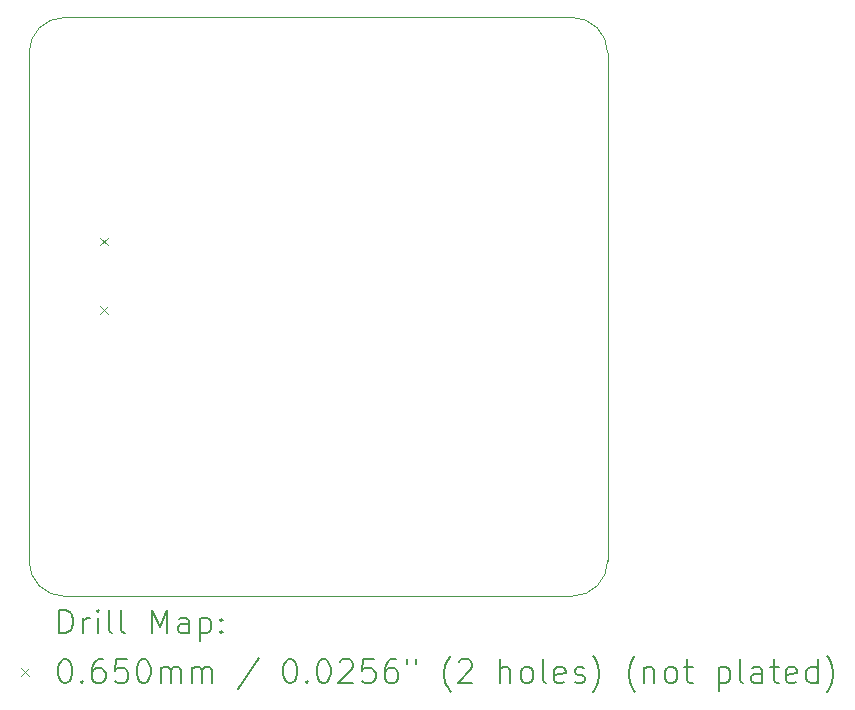
<source format=gbr>
%TF.GenerationSoftware,KiCad,Pcbnew,8.0.5-8.0.5-0~ubuntu22.04.1*%
%TF.CreationDate,2024-10-13T22:34:12+02:00*%
%TF.ProjectId,GLITCHING_FMAW,474c4954-4348-4494-9e47-5f464d41572e,rev?*%
%TF.SameCoordinates,Original*%
%TF.FileFunction,Drillmap*%
%TF.FilePolarity,Positive*%
%FSLAX45Y45*%
G04 Gerber Fmt 4.5, Leading zero omitted, Abs format (unit mm)*
G04 Created by KiCad (PCBNEW 8.0.5-8.0.5-0~ubuntu22.04.1) date 2024-10-13 22:34:12*
%MOMM*%
%LPD*%
G01*
G04 APERTURE LIST*
%ADD10C,0.050000*%
%ADD11C,0.200000*%
%ADD12C,0.100000*%
G04 APERTURE END LIST*
D10*
X7900000Y-7000000D02*
G75*
G02*
X7600000Y-7300000I-300000J0D01*
G01*
X7600000Y-2400000D02*
G75*
G02*
X7900000Y-2700000I0J-300000D01*
G01*
X3000000Y-7000000D02*
X3000000Y-2700000D01*
X3000000Y-2700000D02*
G75*
G02*
X3300000Y-2400000I300000J0D01*
G01*
X3300000Y-7300000D02*
G75*
G02*
X3000000Y-7000000I0J300000D01*
G01*
X7600000Y-7300000D02*
X3300000Y-7300000D01*
X3300000Y-2400000D02*
X7600000Y-2400000D01*
X7900000Y-2700000D02*
X7900000Y-7000000D01*
D11*
D12*
X3605500Y-4264500D02*
X3670500Y-4329500D01*
X3670500Y-4264500D02*
X3605500Y-4329500D01*
X3605500Y-4842500D02*
X3670500Y-4907500D01*
X3670500Y-4842500D02*
X3605500Y-4907500D01*
D11*
X3258277Y-7613984D02*
X3258277Y-7413984D01*
X3258277Y-7413984D02*
X3305896Y-7413984D01*
X3305896Y-7413984D02*
X3334467Y-7423508D01*
X3334467Y-7423508D02*
X3353515Y-7442555D01*
X3353515Y-7442555D02*
X3363039Y-7461603D01*
X3363039Y-7461603D02*
X3372562Y-7499698D01*
X3372562Y-7499698D02*
X3372562Y-7528269D01*
X3372562Y-7528269D02*
X3363039Y-7566365D01*
X3363039Y-7566365D02*
X3353515Y-7585412D01*
X3353515Y-7585412D02*
X3334467Y-7604460D01*
X3334467Y-7604460D02*
X3305896Y-7613984D01*
X3305896Y-7613984D02*
X3258277Y-7613984D01*
X3458277Y-7613984D02*
X3458277Y-7480650D01*
X3458277Y-7518746D02*
X3467801Y-7499698D01*
X3467801Y-7499698D02*
X3477324Y-7490174D01*
X3477324Y-7490174D02*
X3496372Y-7480650D01*
X3496372Y-7480650D02*
X3515420Y-7480650D01*
X3582086Y-7613984D02*
X3582086Y-7480650D01*
X3582086Y-7413984D02*
X3572562Y-7423508D01*
X3572562Y-7423508D02*
X3582086Y-7433031D01*
X3582086Y-7433031D02*
X3591610Y-7423508D01*
X3591610Y-7423508D02*
X3582086Y-7413984D01*
X3582086Y-7413984D02*
X3582086Y-7433031D01*
X3705896Y-7613984D02*
X3686848Y-7604460D01*
X3686848Y-7604460D02*
X3677324Y-7585412D01*
X3677324Y-7585412D02*
X3677324Y-7413984D01*
X3810658Y-7613984D02*
X3791610Y-7604460D01*
X3791610Y-7604460D02*
X3782086Y-7585412D01*
X3782086Y-7585412D02*
X3782086Y-7413984D01*
X4039229Y-7613984D02*
X4039229Y-7413984D01*
X4039229Y-7413984D02*
X4105896Y-7556841D01*
X4105896Y-7556841D02*
X4172562Y-7413984D01*
X4172562Y-7413984D02*
X4172562Y-7613984D01*
X4353515Y-7613984D02*
X4353515Y-7509222D01*
X4353515Y-7509222D02*
X4343991Y-7490174D01*
X4343991Y-7490174D02*
X4324944Y-7480650D01*
X4324944Y-7480650D02*
X4286848Y-7480650D01*
X4286848Y-7480650D02*
X4267801Y-7490174D01*
X4353515Y-7604460D02*
X4334467Y-7613984D01*
X4334467Y-7613984D02*
X4286848Y-7613984D01*
X4286848Y-7613984D02*
X4267801Y-7604460D01*
X4267801Y-7604460D02*
X4258277Y-7585412D01*
X4258277Y-7585412D02*
X4258277Y-7566365D01*
X4258277Y-7566365D02*
X4267801Y-7547317D01*
X4267801Y-7547317D02*
X4286848Y-7537793D01*
X4286848Y-7537793D02*
X4334467Y-7537793D01*
X4334467Y-7537793D02*
X4353515Y-7528269D01*
X4448753Y-7480650D02*
X4448753Y-7680650D01*
X4448753Y-7490174D02*
X4467801Y-7480650D01*
X4467801Y-7480650D02*
X4505896Y-7480650D01*
X4505896Y-7480650D02*
X4524944Y-7490174D01*
X4524944Y-7490174D02*
X4534467Y-7499698D01*
X4534467Y-7499698D02*
X4543991Y-7518746D01*
X4543991Y-7518746D02*
X4543991Y-7575888D01*
X4543991Y-7575888D02*
X4534467Y-7594936D01*
X4534467Y-7594936D02*
X4524944Y-7604460D01*
X4524944Y-7604460D02*
X4505896Y-7613984D01*
X4505896Y-7613984D02*
X4467801Y-7613984D01*
X4467801Y-7613984D02*
X4448753Y-7604460D01*
X4629705Y-7594936D02*
X4639229Y-7604460D01*
X4639229Y-7604460D02*
X4629705Y-7613984D01*
X4629705Y-7613984D02*
X4620182Y-7604460D01*
X4620182Y-7604460D02*
X4629705Y-7594936D01*
X4629705Y-7594936D02*
X4629705Y-7613984D01*
X4629705Y-7490174D02*
X4639229Y-7499698D01*
X4639229Y-7499698D02*
X4629705Y-7509222D01*
X4629705Y-7509222D02*
X4620182Y-7499698D01*
X4620182Y-7499698D02*
X4629705Y-7490174D01*
X4629705Y-7490174D02*
X4629705Y-7509222D01*
D12*
X2932500Y-7910000D02*
X2997500Y-7975000D01*
X2997500Y-7910000D02*
X2932500Y-7975000D01*
D11*
X3296372Y-7833984D02*
X3315420Y-7833984D01*
X3315420Y-7833984D02*
X3334467Y-7843508D01*
X3334467Y-7843508D02*
X3343991Y-7853031D01*
X3343991Y-7853031D02*
X3353515Y-7872079D01*
X3353515Y-7872079D02*
X3363039Y-7910174D01*
X3363039Y-7910174D02*
X3363039Y-7957793D01*
X3363039Y-7957793D02*
X3353515Y-7995888D01*
X3353515Y-7995888D02*
X3343991Y-8014936D01*
X3343991Y-8014936D02*
X3334467Y-8024460D01*
X3334467Y-8024460D02*
X3315420Y-8033984D01*
X3315420Y-8033984D02*
X3296372Y-8033984D01*
X3296372Y-8033984D02*
X3277324Y-8024460D01*
X3277324Y-8024460D02*
X3267801Y-8014936D01*
X3267801Y-8014936D02*
X3258277Y-7995888D01*
X3258277Y-7995888D02*
X3248753Y-7957793D01*
X3248753Y-7957793D02*
X3248753Y-7910174D01*
X3248753Y-7910174D02*
X3258277Y-7872079D01*
X3258277Y-7872079D02*
X3267801Y-7853031D01*
X3267801Y-7853031D02*
X3277324Y-7843508D01*
X3277324Y-7843508D02*
X3296372Y-7833984D01*
X3448753Y-8014936D02*
X3458277Y-8024460D01*
X3458277Y-8024460D02*
X3448753Y-8033984D01*
X3448753Y-8033984D02*
X3439229Y-8024460D01*
X3439229Y-8024460D02*
X3448753Y-8014936D01*
X3448753Y-8014936D02*
X3448753Y-8033984D01*
X3629705Y-7833984D02*
X3591610Y-7833984D01*
X3591610Y-7833984D02*
X3572562Y-7843508D01*
X3572562Y-7843508D02*
X3563039Y-7853031D01*
X3563039Y-7853031D02*
X3543991Y-7881603D01*
X3543991Y-7881603D02*
X3534467Y-7919698D01*
X3534467Y-7919698D02*
X3534467Y-7995888D01*
X3534467Y-7995888D02*
X3543991Y-8014936D01*
X3543991Y-8014936D02*
X3553515Y-8024460D01*
X3553515Y-8024460D02*
X3572562Y-8033984D01*
X3572562Y-8033984D02*
X3610658Y-8033984D01*
X3610658Y-8033984D02*
X3629705Y-8024460D01*
X3629705Y-8024460D02*
X3639229Y-8014936D01*
X3639229Y-8014936D02*
X3648753Y-7995888D01*
X3648753Y-7995888D02*
X3648753Y-7948269D01*
X3648753Y-7948269D02*
X3639229Y-7929222D01*
X3639229Y-7929222D02*
X3629705Y-7919698D01*
X3629705Y-7919698D02*
X3610658Y-7910174D01*
X3610658Y-7910174D02*
X3572562Y-7910174D01*
X3572562Y-7910174D02*
X3553515Y-7919698D01*
X3553515Y-7919698D02*
X3543991Y-7929222D01*
X3543991Y-7929222D02*
X3534467Y-7948269D01*
X3829705Y-7833984D02*
X3734467Y-7833984D01*
X3734467Y-7833984D02*
X3724943Y-7929222D01*
X3724943Y-7929222D02*
X3734467Y-7919698D01*
X3734467Y-7919698D02*
X3753515Y-7910174D01*
X3753515Y-7910174D02*
X3801134Y-7910174D01*
X3801134Y-7910174D02*
X3820182Y-7919698D01*
X3820182Y-7919698D02*
X3829705Y-7929222D01*
X3829705Y-7929222D02*
X3839229Y-7948269D01*
X3839229Y-7948269D02*
X3839229Y-7995888D01*
X3839229Y-7995888D02*
X3829705Y-8014936D01*
X3829705Y-8014936D02*
X3820182Y-8024460D01*
X3820182Y-8024460D02*
X3801134Y-8033984D01*
X3801134Y-8033984D02*
X3753515Y-8033984D01*
X3753515Y-8033984D02*
X3734467Y-8024460D01*
X3734467Y-8024460D02*
X3724943Y-8014936D01*
X3963039Y-7833984D02*
X3982086Y-7833984D01*
X3982086Y-7833984D02*
X4001134Y-7843508D01*
X4001134Y-7843508D02*
X4010658Y-7853031D01*
X4010658Y-7853031D02*
X4020182Y-7872079D01*
X4020182Y-7872079D02*
X4029705Y-7910174D01*
X4029705Y-7910174D02*
X4029705Y-7957793D01*
X4029705Y-7957793D02*
X4020182Y-7995888D01*
X4020182Y-7995888D02*
X4010658Y-8014936D01*
X4010658Y-8014936D02*
X4001134Y-8024460D01*
X4001134Y-8024460D02*
X3982086Y-8033984D01*
X3982086Y-8033984D02*
X3963039Y-8033984D01*
X3963039Y-8033984D02*
X3943991Y-8024460D01*
X3943991Y-8024460D02*
X3934467Y-8014936D01*
X3934467Y-8014936D02*
X3924943Y-7995888D01*
X3924943Y-7995888D02*
X3915420Y-7957793D01*
X3915420Y-7957793D02*
X3915420Y-7910174D01*
X3915420Y-7910174D02*
X3924943Y-7872079D01*
X3924943Y-7872079D02*
X3934467Y-7853031D01*
X3934467Y-7853031D02*
X3943991Y-7843508D01*
X3943991Y-7843508D02*
X3963039Y-7833984D01*
X4115420Y-8033984D02*
X4115420Y-7900650D01*
X4115420Y-7919698D02*
X4124943Y-7910174D01*
X4124943Y-7910174D02*
X4143991Y-7900650D01*
X4143991Y-7900650D02*
X4172563Y-7900650D01*
X4172563Y-7900650D02*
X4191610Y-7910174D01*
X4191610Y-7910174D02*
X4201134Y-7929222D01*
X4201134Y-7929222D02*
X4201134Y-8033984D01*
X4201134Y-7929222D02*
X4210658Y-7910174D01*
X4210658Y-7910174D02*
X4229705Y-7900650D01*
X4229705Y-7900650D02*
X4258277Y-7900650D01*
X4258277Y-7900650D02*
X4277325Y-7910174D01*
X4277325Y-7910174D02*
X4286848Y-7929222D01*
X4286848Y-7929222D02*
X4286848Y-8033984D01*
X4382086Y-8033984D02*
X4382086Y-7900650D01*
X4382086Y-7919698D02*
X4391610Y-7910174D01*
X4391610Y-7910174D02*
X4410658Y-7900650D01*
X4410658Y-7900650D02*
X4439229Y-7900650D01*
X4439229Y-7900650D02*
X4458277Y-7910174D01*
X4458277Y-7910174D02*
X4467801Y-7929222D01*
X4467801Y-7929222D02*
X4467801Y-8033984D01*
X4467801Y-7929222D02*
X4477325Y-7910174D01*
X4477325Y-7910174D02*
X4496372Y-7900650D01*
X4496372Y-7900650D02*
X4524944Y-7900650D01*
X4524944Y-7900650D02*
X4543991Y-7910174D01*
X4543991Y-7910174D02*
X4553515Y-7929222D01*
X4553515Y-7929222D02*
X4553515Y-8033984D01*
X4943991Y-7824460D02*
X4772563Y-8081603D01*
X5201134Y-7833984D02*
X5220182Y-7833984D01*
X5220182Y-7833984D02*
X5239229Y-7843508D01*
X5239229Y-7843508D02*
X5248753Y-7853031D01*
X5248753Y-7853031D02*
X5258277Y-7872079D01*
X5258277Y-7872079D02*
X5267801Y-7910174D01*
X5267801Y-7910174D02*
X5267801Y-7957793D01*
X5267801Y-7957793D02*
X5258277Y-7995888D01*
X5258277Y-7995888D02*
X5248753Y-8014936D01*
X5248753Y-8014936D02*
X5239229Y-8024460D01*
X5239229Y-8024460D02*
X5220182Y-8033984D01*
X5220182Y-8033984D02*
X5201134Y-8033984D01*
X5201134Y-8033984D02*
X5182087Y-8024460D01*
X5182087Y-8024460D02*
X5172563Y-8014936D01*
X5172563Y-8014936D02*
X5163039Y-7995888D01*
X5163039Y-7995888D02*
X5153515Y-7957793D01*
X5153515Y-7957793D02*
X5153515Y-7910174D01*
X5153515Y-7910174D02*
X5163039Y-7872079D01*
X5163039Y-7872079D02*
X5172563Y-7853031D01*
X5172563Y-7853031D02*
X5182087Y-7843508D01*
X5182087Y-7843508D02*
X5201134Y-7833984D01*
X5353515Y-8014936D02*
X5363039Y-8024460D01*
X5363039Y-8024460D02*
X5353515Y-8033984D01*
X5353515Y-8033984D02*
X5343991Y-8024460D01*
X5343991Y-8024460D02*
X5353515Y-8014936D01*
X5353515Y-8014936D02*
X5353515Y-8033984D01*
X5486848Y-7833984D02*
X5505896Y-7833984D01*
X5505896Y-7833984D02*
X5524944Y-7843508D01*
X5524944Y-7843508D02*
X5534468Y-7853031D01*
X5534468Y-7853031D02*
X5543991Y-7872079D01*
X5543991Y-7872079D02*
X5553515Y-7910174D01*
X5553515Y-7910174D02*
X5553515Y-7957793D01*
X5553515Y-7957793D02*
X5543991Y-7995888D01*
X5543991Y-7995888D02*
X5534468Y-8014936D01*
X5534468Y-8014936D02*
X5524944Y-8024460D01*
X5524944Y-8024460D02*
X5505896Y-8033984D01*
X5505896Y-8033984D02*
X5486848Y-8033984D01*
X5486848Y-8033984D02*
X5467801Y-8024460D01*
X5467801Y-8024460D02*
X5458277Y-8014936D01*
X5458277Y-8014936D02*
X5448753Y-7995888D01*
X5448753Y-7995888D02*
X5439229Y-7957793D01*
X5439229Y-7957793D02*
X5439229Y-7910174D01*
X5439229Y-7910174D02*
X5448753Y-7872079D01*
X5448753Y-7872079D02*
X5458277Y-7853031D01*
X5458277Y-7853031D02*
X5467801Y-7843508D01*
X5467801Y-7843508D02*
X5486848Y-7833984D01*
X5629706Y-7853031D02*
X5639229Y-7843508D01*
X5639229Y-7843508D02*
X5658277Y-7833984D01*
X5658277Y-7833984D02*
X5705896Y-7833984D01*
X5705896Y-7833984D02*
X5724944Y-7843508D01*
X5724944Y-7843508D02*
X5734467Y-7853031D01*
X5734467Y-7853031D02*
X5743991Y-7872079D01*
X5743991Y-7872079D02*
X5743991Y-7891127D01*
X5743991Y-7891127D02*
X5734467Y-7919698D01*
X5734467Y-7919698D02*
X5620182Y-8033984D01*
X5620182Y-8033984D02*
X5743991Y-8033984D01*
X5924944Y-7833984D02*
X5829706Y-7833984D01*
X5829706Y-7833984D02*
X5820182Y-7929222D01*
X5820182Y-7929222D02*
X5829706Y-7919698D01*
X5829706Y-7919698D02*
X5848753Y-7910174D01*
X5848753Y-7910174D02*
X5896372Y-7910174D01*
X5896372Y-7910174D02*
X5915420Y-7919698D01*
X5915420Y-7919698D02*
X5924944Y-7929222D01*
X5924944Y-7929222D02*
X5934467Y-7948269D01*
X5934467Y-7948269D02*
X5934467Y-7995888D01*
X5934467Y-7995888D02*
X5924944Y-8014936D01*
X5924944Y-8014936D02*
X5915420Y-8024460D01*
X5915420Y-8024460D02*
X5896372Y-8033984D01*
X5896372Y-8033984D02*
X5848753Y-8033984D01*
X5848753Y-8033984D02*
X5829706Y-8024460D01*
X5829706Y-8024460D02*
X5820182Y-8014936D01*
X6105896Y-7833984D02*
X6067801Y-7833984D01*
X6067801Y-7833984D02*
X6048753Y-7843508D01*
X6048753Y-7843508D02*
X6039229Y-7853031D01*
X6039229Y-7853031D02*
X6020182Y-7881603D01*
X6020182Y-7881603D02*
X6010658Y-7919698D01*
X6010658Y-7919698D02*
X6010658Y-7995888D01*
X6010658Y-7995888D02*
X6020182Y-8014936D01*
X6020182Y-8014936D02*
X6029706Y-8024460D01*
X6029706Y-8024460D02*
X6048753Y-8033984D01*
X6048753Y-8033984D02*
X6086848Y-8033984D01*
X6086848Y-8033984D02*
X6105896Y-8024460D01*
X6105896Y-8024460D02*
X6115420Y-8014936D01*
X6115420Y-8014936D02*
X6124944Y-7995888D01*
X6124944Y-7995888D02*
X6124944Y-7948269D01*
X6124944Y-7948269D02*
X6115420Y-7929222D01*
X6115420Y-7929222D02*
X6105896Y-7919698D01*
X6105896Y-7919698D02*
X6086848Y-7910174D01*
X6086848Y-7910174D02*
X6048753Y-7910174D01*
X6048753Y-7910174D02*
X6029706Y-7919698D01*
X6029706Y-7919698D02*
X6020182Y-7929222D01*
X6020182Y-7929222D02*
X6010658Y-7948269D01*
X6201134Y-7833984D02*
X6201134Y-7872079D01*
X6277325Y-7833984D02*
X6277325Y-7872079D01*
X6572563Y-8110174D02*
X6563039Y-8100650D01*
X6563039Y-8100650D02*
X6543991Y-8072079D01*
X6543991Y-8072079D02*
X6534468Y-8053031D01*
X6534468Y-8053031D02*
X6524944Y-8024460D01*
X6524944Y-8024460D02*
X6515420Y-7976841D01*
X6515420Y-7976841D02*
X6515420Y-7938746D01*
X6515420Y-7938746D02*
X6524944Y-7891127D01*
X6524944Y-7891127D02*
X6534468Y-7862555D01*
X6534468Y-7862555D02*
X6543991Y-7843508D01*
X6543991Y-7843508D02*
X6563039Y-7814936D01*
X6563039Y-7814936D02*
X6572563Y-7805412D01*
X6639229Y-7853031D02*
X6648753Y-7843508D01*
X6648753Y-7843508D02*
X6667801Y-7833984D01*
X6667801Y-7833984D02*
X6715420Y-7833984D01*
X6715420Y-7833984D02*
X6734468Y-7843508D01*
X6734468Y-7843508D02*
X6743991Y-7853031D01*
X6743991Y-7853031D02*
X6753515Y-7872079D01*
X6753515Y-7872079D02*
X6753515Y-7891127D01*
X6753515Y-7891127D02*
X6743991Y-7919698D01*
X6743991Y-7919698D02*
X6629706Y-8033984D01*
X6629706Y-8033984D02*
X6753515Y-8033984D01*
X6991610Y-8033984D02*
X6991610Y-7833984D01*
X7077325Y-8033984D02*
X7077325Y-7929222D01*
X7077325Y-7929222D02*
X7067801Y-7910174D01*
X7067801Y-7910174D02*
X7048753Y-7900650D01*
X7048753Y-7900650D02*
X7020182Y-7900650D01*
X7020182Y-7900650D02*
X7001134Y-7910174D01*
X7001134Y-7910174D02*
X6991610Y-7919698D01*
X7201134Y-8033984D02*
X7182087Y-8024460D01*
X7182087Y-8024460D02*
X7172563Y-8014936D01*
X7172563Y-8014936D02*
X7163039Y-7995888D01*
X7163039Y-7995888D02*
X7163039Y-7938746D01*
X7163039Y-7938746D02*
X7172563Y-7919698D01*
X7172563Y-7919698D02*
X7182087Y-7910174D01*
X7182087Y-7910174D02*
X7201134Y-7900650D01*
X7201134Y-7900650D02*
X7229706Y-7900650D01*
X7229706Y-7900650D02*
X7248753Y-7910174D01*
X7248753Y-7910174D02*
X7258277Y-7919698D01*
X7258277Y-7919698D02*
X7267801Y-7938746D01*
X7267801Y-7938746D02*
X7267801Y-7995888D01*
X7267801Y-7995888D02*
X7258277Y-8014936D01*
X7258277Y-8014936D02*
X7248753Y-8024460D01*
X7248753Y-8024460D02*
X7229706Y-8033984D01*
X7229706Y-8033984D02*
X7201134Y-8033984D01*
X7382087Y-8033984D02*
X7363039Y-8024460D01*
X7363039Y-8024460D02*
X7353515Y-8005412D01*
X7353515Y-8005412D02*
X7353515Y-7833984D01*
X7534468Y-8024460D02*
X7515420Y-8033984D01*
X7515420Y-8033984D02*
X7477325Y-8033984D01*
X7477325Y-8033984D02*
X7458277Y-8024460D01*
X7458277Y-8024460D02*
X7448753Y-8005412D01*
X7448753Y-8005412D02*
X7448753Y-7929222D01*
X7448753Y-7929222D02*
X7458277Y-7910174D01*
X7458277Y-7910174D02*
X7477325Y-7900650D01*
X7477325Y-7900650D02*
X7515420Y-7900650D01*
X7515420Y-7900650D02*
X7534468Y-7910174D01*
X7534468Y-7910174D02*
X7543991Y-7929222D01*
X7543991Y-7929222D02*
X7543991Y-7948269D01*
X7543991Y-7948269D02*
X7448753Y-7967317D01*
X7620182Y-8024460D02*
X7639230Y-8033984D01*
X7639230Y-8033984D02*
X7677325Y-8033984D01*
X7677325Y-8033984D02*
X7696372Y-8024460D01*
X7696372Y-8024460D02*
X7705896Y-8005412D01*
X7705896Y-8005412D02*
X7705896Y-7995888D01*
X7705896Y-7995888D02*
X7696372Y-7976841D01*
X7696372Y-7976841D02*
X7677325Y-7967317D01*
X7677325Y-7967317D02*
X7648753Y-7967317D01*
X7648753Y-7967317D02*
X7629706Y-7957793D01*
X7629706Y-7957793D02*
X7620182Y-7938746D01*
X7620182Y-7938746D02*
X7620182Y-7929222D01*
X7620182Y-7929222D02*
X7629706Y-7910174D01*
X7629706Y-7910174D02*
X7648753Y-7900650D01*
X7648753Y-7900650D02*
X7677325Y-7900650D01*
X7677325Y-7900650D02*
X7696372Y-7910174D01*
X7772563Y-8110174D02*
X7782087Y-8100650D01*
X7782087Y-8100650D02*
X7801134Y-8072079D01*
X7801134Y-8072079D02*
X7810658Y-8053031D01*
X7810658Y-8053031D02*
X7820182Y-8024460D01*
X7820182Y-8024460D02*
X7829706Y-7976841D01*
X7829706Y-7976841D02*
X7829706Y-7938746D01*
X7829706Y-7938746D02*
X7820182Y-7891127D01*
X7820182Y-7891127D02*
X7810658Y-7862555D01*
X7810658Y-7862555D02*
X7801134Y-7843508D01*
X7801134Y-7843508D02*
X7782087Y-7814936D01*
X7782087Y-7814936D02*
X7772563Y-7805412D01*
X8134468Y-8110174D02*
X8124944Y-8100650D01*
X8124944Y-8100650D02*
X8105896Y-8072079D01*
X8105896Y-8072079D02*
X8096372Y-8053031D01*
X8096372Y-8053031D02*
X8086849Y-8024460D01*
X8086849Y-8024460D02*
X8077325Y-7976841D01*
X8077325Y-7976841D02*
X8077325Y-7938746D01*
X8077325Y-7938746D02*
X8086849Y-7891127D01*
X8086849Y-7891127D02*
X8096372Y-7862555D01*
X8096372Y-7862555D02*
X8105896Y-7843508D01*
X8105896Y-7843508D02*
X8124944Y-7814936D01*
X8124944Y-7814936D02*
X8134468Y-7805412D01*
X8210658Y-7900650D02*
X8210658Y-8033984D01*
X8210658Y-7919698D02*
X8220182Y-7910174D01*
X8220182Y-7910174D02*
X8239230Y-7900650D01*
X8239230Y-7900650D02*
X8267801Y-7900650D01*
X8267801Y-7900650D02*
X8286849Y-7910174D01*
X8286849Y-7910174D02*
X8296372Y-7929222D01*
X8296372Y-7929222D02*
X8296372Y-8033984D01*
X8420182Y-8033984D02*
X8401134Y-8024460D01*
X8401134Y-8024460D02*
X8391611Y-8014936D01*
X8391611Y-8014936D02*
X8382087Y-7995888D01*
X8382087Y-7995888D02*
X8382087Y-7938746D01*
X8382087Y-7938746D02*
X8391611Y-7919698D01*
X8391611Y-7919698D02*
X8401134Y-7910174D01*
X8401134Y-7910174D02*
X8420182Y-7900650D01*
X8420182Y-7900650D02*
X8448754Y-7900650D01*
X8448754Y-7900650D02*
X8467801Y-7910174D01*
X8467801Y-7910174D02*
X8477325Y-7919698D01*
X8477325Y-7919698D02*
X8486849Y-7938746D01*
X8486849Y-7938746D02*
X8486849Y-7995888D01*
X8486849Y-7995888D02*
X8477325Y-8014936D01*
X8477325Y-8014936D02*
X8467801Y-8024460D01*
X8467801Y-8024460D02*
X8448754Y-8033984D01*
X8448754Y-8033984D02*
X8420182Y-8033984D01*
X8543992Y-7900650D02*
X8620182Y-7900650D01*
X8572563Y-7833984D02*
X8572563Y-8005412D01*
X8572563Y-8005412D02*
X8582087Y-8024460D01*
X8582087Y-8024460D02*
X8601134Y-8033984D01*
X8601134Y-8033984D02*
X8620182Y-8033984D01*
X8839230Y-7900650D02*
X8839230Y-8100650D01*
X8839230Y-7910174D02*
X8858277Y-7900650D01*
X8858277Y-7900650D02*
X8896373Y-7900650D01*
X8896373Y-7900650D02*
X8915420Y-7910174D01*
X8915420Y-7910174D02*
X8924944Y-7919698D01*
X8924944Y-7919698D02*
X8934468Y-7938746D01*
X8934468Y-7938746D02*
X8934468Y-7995888D01*
X8934468Y-7995888D02*
X8924944Y-8014936D01*
X8924944Y-8014936D02*
X8915420Y-8024460D01*
X8915420Y-8024460D02*
X8896373Y-8033984D01*
X8896373Y-8033984D02*
X8858277Y-8033984D01*
X8858277Y-8033984D02*
X8839230Y-8024460D01*
X9048754Y-8033984D02*
X9029706Y-8024460D01*
X9029706Y-8024460D02*
X9020182Y-8005412D01*
X9020182Y-8005412D02*
X9020182Y-7833984D01*
X9210658Y-8033984D02*
X9210658Y-7929222D01*
X9210658Y-7929222D02*
X9201135Y-7910174D01*
X9201135Y-7910174D02*
X9182087Y-7900650D01*
X9182087Y-7900650D02*
X9143992Y-7900650D01*
X9143992Y-7900650D02*
X9124944Y-7910174D01*
X9210658Y-8024460D02*
X9191611Y-8033984D01*
X9191611Y-8033984D02*
X9143992Y-8033984D01*
X9143992Y-8033984D02*
X9124944Y-8024460D01*
X9124944Y-8024460D02*
X9115420Y-8005412D01*
X9115420Y-8005412D02*
X9115420Y-7986365D01*
X9115420Y-7986365D02*
X9124944Y-7967317D01*
X9124944Y-7967317D02*
X9143992Y-7957793D01*
X9143992Y-7957793D02*
X9191611Y-7957793D01*
X9191611Y-7957793D02*
X9210658Y-7948269D01*
X9277325Y-7900650D02*
X9353515Y-7900650D01*
X9305896Y-7833984D02*
X9305896Y-8005412D01*
X9305896Y-8005412D02*
X9315420Y-8024460D01*
X9315420Y-8024460D02*
X9334468Y-8033984D01*
X9334468Y-8033984D02*
X9353515Y-8033984D01*
X9496373Y-8024460D02*
X9477325Y-8033984D01*
X9477325Y-8033984D02*
X9439230Y-8033984D01*
X9439230Y-8033984D02*
X9420182Y-8024460D01*
X9420182Y-8024460D02*
X9410658Y-8005412D01*
X9410658Y-8005412D02*
X9410658Y-7929222D01*
X9410658Y-7929222D02*
X9420182Y-7910174D01*
X9420182Y-7910174D02*
X9439230Y-7900650D01*
X9439230Y-7900650D02*
X9477325Y-7900650D01*
X9477325Y-7900650D02*
X9496373Y-7910174D01*
X9496373Y-7910174D02*
X9505896Y-7929222D01*
X9505896Y-7929222D02*
X9505896Y-7948269D01*
X9505896Y-7948269D02*
X9410658Y-7967317D01*
X9677325Y-8033984D02*
X9677325Y-7833984D01*
X9677325Y-8024460D02*
X9658277Y-8033984D01*
X9658277Y-8033984D02*
X9620182Y-8033984D01*
X9620182Y-8033984D02*
X9601135Y-8024460D01*
X9601135Y-8024460D02*
X9591611Y-8014936D01*
X9591611Y-8014936D02*
X9582087Y-7995888D01*
X9582087Y-7995888D02*
X9582087Y-7938746D01*
X9582087Y-7938746D02*
X9591611Y-7919698D01*
X9591611Y-7919698D02*
X9601135Y-7910174D01*
X9601135Y-7910174D02*
X9620182Y-7900650D01*
X9620182Y-7900650D02*
X9658277Y-7900650D01*
X9658277Y-7900650D02*
X9677325Y-7910174D01*
X9753516Y-8110174D02*
X9763039Y-8100650D01*
X9763039Y-8100650D02*
X9782087Y-8072079D01*
X9782087Y-8072079D02*
X9791611Y-8053031D01*
X9791611Y-8053031D02*
X9801135Y-8024460D01*
X9801135Y-8024460D02*
X9810658Y-7976841D01*
X9810658Y-7976841D02*
X9810658Y-7938746D01*
X9810658Y-7938746D02*
X9801135Y-7891127D01*
X9801135Y-7891127D02*
X9791611Y-7862555D01*
X9791611Y-7862555D02*
X9782087Y-7843508D01*
X9782087Y-7843508D02*
X9763039Y-7814936D01*
X9763039Y-7814936D02*
X9753516Y-7805412D01*
M02*

</source>
